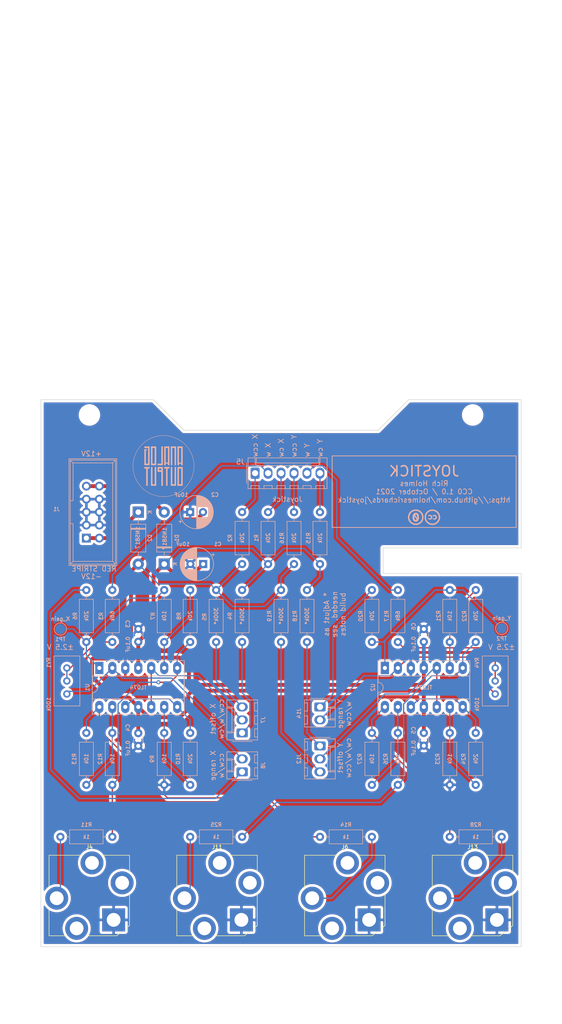
<source format=kicad_pcb>
(kicad_pcb (version 20171130) (host pcbnew 5.1.12-84ad8e8a86~92~ubuntu20.04.1)
  (layers (0 F.Cu signal) (31 B.Cu signal) (34 B.Paste user) (35 F.Paste user) (36 B.SilkS user) (37 F.SilkS user) (38 B.Mask user) (39 F.Mask user) (44 Edge.Cuts user))
  (net 0 "")
  (net 1 GND)
  (net 2 +12V)
  (net 3 -12V)
  (net 4 /+12_IN)
  (net 5 /-12_IN)
  (net 6 /XOUT)
  (net 7 /~XOUT)
  (net 8 "Net-(R6-Pad1)")
  (net 9 "Net-(R7-Pad1)")
  (net 10 "Net-(R10-Pad2)")
  (net 11 "Net-(R10-Pad1)")
  (net 12 "Net-(R20-Pad1)")
  (net 13 "Net-(R21-Pad1)")
  (net 14 "Net-(R22-Pad1)")
  (net 15 "Net-(R23-Pad1)")
  (net 16 "Net-(R24-Pad1)")
  (net 17 "Net-(R26-Pad1)")
  (net 18 "Net-(R27-Pad1)")
  (net 19 YPOT_CW)
  (net 20 YPOT_WIPER)
  (net 21 YPOT_CCW)
  (net 22 XPOT_CW)
  (net 23 XPOT_WIPER)
  (net 24 XPOT_CCW)
  (net 25 YRANGEPOT_WIPER)
  (net 26 YRANGEPOT_CCW)
  (net 27 YOFFPOT_CW)
  (net 28 YOFFPOT_WIPER)
  (net 29 YOFFPOT_CCW)
  (net 30 XRANGEPOT_WIPER)
  (net 31 XRANGEPOT_CCW)
  (net 32 XOFFPOT_CW)
  (net 33 XOFFPOT_WIPER)
  (net 34 XOFFPOT_CCW)
  (net 35 "/Y channel/YOUT")
  (net 36 "/Y channel/~YOUT")
  (net 37 "Net-(R11-Pad2)")
  (net 38 "Net-(R12-Pad1)")
  (net 39 "Net-(R13-Pad1)")
  (net 40 "Net-(R3-Pad1)")
  (net 41 "Net-(R17-Pad1)")
  (module joystick_panel:joystick_panel_holes (layer F.Cu) (at 146.94 69.98)
    (fp_text reference GRAF1 hide)
    (fp_text value Holes hide)
  )
  (module ao_tht:Potentiometer_Bourns_3296W_Vertical_standard (layer B.Cu) (at 188.91 105.56 270)
    (fp_text reference RV4 (at -6.096 3.556 270) (layer B.SilkS) (effects (font (size 0.75 0.75)) (justify mirror)))
    (fp_text value 100k)
    (fp_text user %V (at 2.032 3.556 270) (layer B.SilkS) (effects (font (size 0.75 0.75)) (justify mirror)))
    (pad 3 thru_hole circle (at -5.08 0 270) (size 1.44 1.44) (drill 0.8) (layers *.Cu *.Mask) (net 41 "Net-(R17-Pad1)"))
    (pad 2 thru_hole circle (at -2.54 0 270) (size 1.44 1.44) (drill 0.8) (layers *.Cu *.Mask) (net 41 "Net-(R17-Pad1)"))
    (pad 1 thru_hole circle (at 0 0 270) (size 1.44 1.44) (drill 0.8) (layers *.Cu *.Mask) (net 26 YRANGEPOT_CCW))
  )
  (module ao_tht:Potentiometer_Bourns_3296W_Vertical_standard (layer B.Cu) (at 105.09 105.56 270)
    (fp_text reference RV1 (at -6.096 3.556 90) (layer B.SilkS) (effects (font (size 0.75 0.75)) (justify mirror)))
    (fp_text value 100k)
    (fp_text user %V (at 2.032 3.556 90) (layer B.SilkS) (effects (font (size 0.75 0.75)) (justify mirror)))
    (pad 3 thru_hole circle (at -5.08 0 270) (size 1.44 1.44) (drill 0.8) (layers *.Cu *.Mask) (net 40 "Net-(R3-Pad1)"))
    (pad 2 thru_hole circle (at -2.54 0 270) (size 1.44 1.44) (drill 0.8) (layers *.Cu *.Mask) (net 40 "Net-(R3-Pad1)"))
    (pad 1 thru_hole circle (at 0 0 270) (size 1.44 1.44) (drill 0.8) (layers *.Cu *.Mask) (net 31 XRANGEPOT_CCW))
  )
  (module ao_tht:DIP-14_W7.62mm_Socket_LongPads (layer B.Cu) (at 167.32 100.48 270)
    (fp_text reference U2 (at 3.81 2.33 270) (layer B.SilkS) (effects (font (size 0.75 0.75)) (justify mirror)))
    (fp_text value TL074)
    (fp_text user %V (at 3.81 -7.62) (layer B.SilkS) (effects (font (size 0.75 0.75)) (justify mirror)))
    (pad 14 thru_hole oval (at 7.62 0 270) (size 2.4 1.6) (drill 0.8) (layers *.Cu *.Mask) (net 18 "Net-(R27-Pad1)"))
    (pad 7 thru_hole oval (at 0 -15.24 270) (size 2.4 1.6) (drill 0.8) (layers *.Cu *.Mask) (net 14 "Net-(R22-Pad1)"))
    (pad 13 thru_hole oval (at 7.62 -2.54 270) (size 2.4 1.6) (drill 0.8) (layers *.Cu *.Mask) (net 17 "Net-(R26-Pad1)"))
    (pad 6 thru_hole oval (at 0 -12.7 270) (size 2.4 1.6) (drill 0.8) (layers *.Cu *.Mask) (net 13 "Net-(R21-Pad1)"))
    (pad 12 thru_hole oval (at 7.62 -5.08 270) (size 2.4 1.6) (drill 0.8) (layers *.Cu *.Mask) (net 16 "Net-(R24-Pad1)"))
    (pad 5 thru_hole oval (at 0 -10.16 270) (size 2.4 1.6) (drill 0.8) (layers *.Cu *.Mask) (net 28 YOFFPOT_WIPER))
    (pad 11 thru_hole oval (at 7.62 -7.62 270) (size 2.4 1.6) (drill 0.8) (layers *.Cu *.Mask) (net 3 -12V))
    (pad 4 thru_hole oval (at 0 -7.62 270) (size 2.4 1.6) (drill 0.8) (layers *.Cu *.Mask) (net 2 +12V))
    (pad 10 thru_hole oval (at 7.62 -10.16 270) (size 2.4 1.6) (drill 0.8) (layers *.Cu *.Mask) (net 28 YOFFPOT_WIPER))
    (pad 3 thru_hole oval (at 0 -5.08 270) (size 2.4 1.6) (drill 0.8) (layers *.Cu *.Mask) (net 1 GND))
    (pad 9 thru_hole oval (at 7.62 -12.7 270) (size 2.4 1.6) (drill 0.8) (layers *.Cu *.Mask) (net 15 "Net-(R23-Pad1)"))
    (pad 2 thru_hole oval (at 0 -2.54 270) (size 2.4 1.6) (drill 0.8) (layers *.Cu *.Mask) (net 26 YRANGEPOT_CCW))
    (pad 8 thru_hole oval (at 7.62 -15.24 270) (size 2.4 1.6) (drill 0.8) (layers *.Cu *.Mask) (net 16 "Net-(R24-Pad1)"))
    (pad 1 thru_hole rect (at 0 0 270) (size 2.4 1.6) (drill 0.8) (layers *.Cu *.Mask) (net 12 "Net-(R20-Pad1)"))
  )
  (module TestPoint:TestPoint_Pad_D2.0mm (layer B.Cu) (at 190.18 92.733)
    (fp_text reference TP2 (at 0 1.998) (layer B.SilkS) (effects (font (size 0.75 0.75)) (justify mirror)))
    (fp_text value Y_gain)
    (fp_text user %V (at 0 -2) (layer B.SilkS) (effects (font (size 0.75 0.75)) (justify mirror)))
    (pad 1 smd circle (at 0 0) (size 2 2) (layers B.Cu B.Mask) (net 12 "Net-(R20-Pad1)"))
  )
  (module TestPoint:TestPoint_Pad_D2.0mm (layer B.Cu) (at 103.82 92.86)
    (fp_text reference TP1 (at 0 1.998) (layer B.SilkS) (effects (font (size 0.75 0.75)) (justify mirror)))
    (fp_text value X_gain)
    (fp_text user %V (at 0 -2) (layer B.SilkS) (effects (font (size 0.75 0.75)) (justify mirror)))
    (pad 1 smd circle (at 0 0) (size 2 2) (layers B.Cu B.Mask) (net 8 "Net-(R6-Pad1)"))
  )
  (module ao_tht:R_Axial_DIN0207_L6.3mm_D2.5mm_P10.16mm_Horizontal (layer B.Cu) (at 164.78 95.4 90)
    (fp_text reference R20 (at 5.08 -2.202 90) (layer B.SilkS) (effects (font (size 0.75 0.75)) (justify mirror)))
    (fp_text value 20k)
    (fp_text user %V (at 5.08 0 90) (layer B.SilkS) (effects (font (size 0.75 0.75)) (justify mirror)))
    (pad 1 thru_hole circle (at 0 0 90) (size 1.6 1.6) (drill 0.8) (layers *.Cu *.Mask) (net 12 "Net-(R20-Pad1)"))
    (pad 2 thru_hole oval (at 10.16 0 90) (size 1.6 1.6) (drill 0.8) (layers *.Cu *.Mask) (net 25 YRANGEPOT_WIPER))
  )
  (module ao_tht:CP_Radial_D6.3mm_P2.50mm (layer B.Cu) (at 131.76 80.16 180)
    (fp_text reference C1 (at -2.836 3.9) (layer B.SilkS) (effects (font (size 0.75 0.75)) (justify mirror)))
    (fp_text value 10uF)
    (fp_text user %V (at 4 3.9) (layer B.SilkS) (effects (font (size 0.75 0.75)) (justify mirror)))
    (pad 2 thru_hole circle (at 2.5 0 180) (size 1.6 1.6) (drill 0.8) (layers *.Cu *.Mask) (net 1 GND))
    (pad 1 thru_hole rect (at 0 0 180) (size 1.6 1.6) (drill 0.8) (layers *.Cu *.Mask) (net 2 +12V))
  )
  (module ao_tht:CP_Radial_D6.3mm_P2.50mm (layer B.Cu) (at 129.22 70)
    (fp_text reference C2 (at 4.836 -3.392) (layer B.SilkS) (effects (font (size 0.75 0.75)) (justify mirror)))
    (fp_text value 10uF)
    (fp_text user %V (at -1.768 -3.392) (layer B.SilkS) (effects (font (size 0.75 0.75)) (justify mirror)))
    (pad 2 thru_hole circle (at 2.5 0) (size 1.6 1.6) (drill 0.8) (layers *.Cu *.Mask) (net 3 -12V))
    (pad 1 thru_hole rect (at 0 0) (size 1.6 1.6) (drill 0.8) (layers *.Cu *.Mask) (net 1 GND))
  )
  (module ao_tht:analogoutput_12mm (layer B.Cu) (at 124 61 180)
    (fp_text reference GRAF2 hide)
    (fp_text value "AO logo" hide)
  )
  (module ao_tht:CC0_logo (layer B.Cu) (at 175 71 180)
    (fp_text reference GRAF3 hide)
    (fp_text value "CC0 logo" hide)
  )
  (module ao_tht:Molex_KK-254_AE-6410-02A_1x02_P2.54mm_Vertical (layer B.Cu) (at 154.62 108.1 270)
    (fp_text reference J14 (at 1.27 4.12 270) (layer B.SilkS) (effects (font (size 0.75 0.75)) (justify mirror)))
    (fp_text value 2_pin_Molex_header)
    (pad 2 thru_hole oval (at 2.54 0 270) (size 1.74 2.2) (drill 1.2) (layers *.Cu *.Mask) (net 26 YRANGEPOT_CCW))
    (pad 1 thru_hole roundrect (at 0 0 270) (size 1.74 2.2) (drill 1.2) (layers *.Cu *.Mask) (roundrect_rratio 0.1436775862068966) (net 25 YRANGEPOT_WIPER))
  )
  (module ao_tht:Molex_KK-254_AE-6410-03A_1x03_P2.54mm_Vertical (layer B.Cu) (at 154.62 115.72 270)
    (fp_text reference J12 (at 2.54 4.12 270) (layer B.SilkS) (effects (font (size 0.75 0.75)) (justify mirror)))
    (fp_text value 3_pin_Molex_header)
    (pad 3 thru_hole oval (at 5.08 0 270) (size 1.74 2.2) (drill 1.2) (layers *.Cu *.Mask) (net 29 YOFFPOT_CCW))
    (pad 2 thru_hole oval (at 2.54 0 270) (size 1.74 2.2) (drill 1.2) (layers *.Cu *.Mask) (net 28 YOFFPOT_WIPER))
    (pad 1 thru_hole roundrect (at 0 0 270) (size 1.74 2.2) (drill 1.2) (layers *.Cu *.Mask) (roundrect_rratio 0.1436775862068966) (net 27 YOFFPOT_CW))
  )
  (module ao_tht:Molex_KK-254_AE-6410-02A_1x02_P2.54mm_Vertical (layer B.Cu) (at 139.38 120.8 90)
    (fp_text reference J8 (at 1.27 4.12 270) (layer B.SilkS) (effects (font (size 0.75 0.75)) (justify mirror)))
    (fp_text value 2_pin_Molex_header)
    (pad 2 thru_hole oval (at 2.54 0 90) (size 1.74 2.2) (drill 1.2) (layers *.Cu *.Mask) (net 31 XRANGEPOT_CCW))
    (pad 1 thru_hole roundrect (at 0 0 90) (size 1.74 2.2) (drill 1.2) (layers *.Cu *.Mask) (roundrect_rratio 0.1436775862068966) (net 30 XRANGEPOT_WIPER))
  )
  (module ao_tht:Molex_KK-254_AE-6410-03A_1x03_P2.54mm_Vertical (layer B.Cu) (at 139.38 113.18 90)
    (fp_text reference J7 (at 2.54 4.12 270) (layer B.SilkS) (effects (font (size 0.75 0.75)) (justify mirror)))
    (fp_text value 3_pin_Molex_header)
    (pad 3 thru_hole oval (at 5.08 0 90) (size 1.74 2.2) (drill 1.2) (layers *.Cu *.Mask) (net 34 XOFFPOT_CCW))
    (pad 2 thru_hole oval (at 2.54 0 90) (size 1.74 2.2) (drill 1.2) (layers *.Cu *.Mask) (net 33 XOFFPOT_WIPER))
    (pad 1 thru_hole roundrect (at 0 0 90) (size 1.74 2.2) (drill 1.2) (layers *.Cu *.Mask) (roundrect_rratio 0.1436775862068966) (net 32 XOFFPOT_CW))
  )
  (module ao_tht:MountingHole_3.2mm_M3 (layer F.Cu) (at 184.5 51)
    (fp_text reference H2 hide)
    (fp_text value MountingHole)
    (pad 1 np_thru_hole circle (at 0 0) (size 3.2 3.2) (drill 3.2) (layers *.Cu *.Mask))
  )
  (module ao_tht:MountingHole_3.2mm_M3 (layer F.Cu) (at 109.5 51)
    (fp_text reference H1 hide)
    (fp_text value MountingHole)
    (pad 1 np_thru_hole circle (at 0 0) (size 3.2 3.2) (drill 3.2) (layers *.Cu *.Mask))
  )
  (module ao_tht:Jack_6.35mm_PJ_629HAN (layer F.Cu) (at 184.5 145)
    (fp_text reference J13 (at 0 -9.5) (layer F.SilkS) (effects (font (size 0.75 0.75))))
    (fp_text value AudioJack2)
    (pad RN thru_hole circle (at 6.4 -2.5) (size 4.500001 4.500001) (drill 2.7) (layers *.Cu *.Mask))
    (pad TN thru_hole circle (at -2.5 6.4) (size 4.5 4.5) (drill 2.7) (layers *.Cu *.Mask))
    (pad R thru_hole circle (at 0.5 -6.4) (size 4.500001 4.500001) (drill 2.7) (layers *.Cu *.Mask))
    (pad S thru_hole rect (at 4.74 4.74) (size 4.500001 4.500001) (drill 2.7) (layers *.Cu *.Mask) (net 1 GND))
    (pad T thru_hole circle (at -6.4 0.5) (size 4.5 4.5) (drill 2.7) (layers *.Cu *.Mask) (net 36 "/Y channel/~YOUT"))
  )
  (module ao_tht:Jack_6.35mm_PJ_629HAN (layer F.Cu) (at 134.5 145)
    (fp_text reference J11 (at 0 -9.5) (layer F.SilkS) (effects (font (size 0.75 0.75))))
    (fp_text value AudioJack2)
    (pad RN thru_hole circle (at 6.4 -2.5) (size 4.500001 4.500001) (drill 2.7) (layers *.Cu *.Mask))
    (pad TN thru_hole circle (at -2.5 6.4) (size 4.5 4.5) (drill 2.7) (layers *.Cu *.Mask))
    (pad R thru_hole circle (at 0.5 -6.4) (size 4.500001 4.500001) (drill 2.7) (layers *.Cu *.Mask))
    (pad S thru_hole rect (at 4.74 4.74) (size 4.500001 4.500001) (drill 2.7) (layers *.Cu *.Mask) (net 1 GND))
    (pad T thru_hole circle (at -6.4 0.5) (size 4.5 4.5) (drill 2.7) (layers *.Cu *.Mask) (net 35 "/Y channel/YOUT"))
  )
  (module ao_tht:Jack_6.35mm_PJ_629HAN (layer F.Cu) (at 159.5 145)
    (fp_text reference J6 (at 0 -9.5) (layer F.SilkS) (effects (font (size 0.75 0.75))))
    (fp_text value AudioJack2)
    (pad RN thru_hole circle (at 6.4 -2.5) (size 4.500001 4.500001) (drill 2.7) (layers *.Cu *.Mask))
    (pad TN thru_hole circle (at -2.5 6.4) (size 4.5 4.5) (drill 2.7) (layers *.Cu *.Mask))
    (pad R thru_hole circle (at 0.5 -6.4) (size 4.500001 4.500001) (drill 2.7) (layers *.Cu *.Mask))
    (pad S thru_hole rect (at 4.74 4.74) (size 4.500001 4.500001) (drill 2.7) (layers *.Cu *.Mask) (net 1 GND))
    (pad T thru_hole circle (at -6.4 0.5) (size 4.5 4.5) (drill 2.7) (layers *.Cu *.Mask) (net 7 /~XOUT))
  )
  (module ao_tht:Jack_6.35mm_PJ_629HAN (layer F.Cu) (at 109.5 145)
    (fp_text reference J4 (at 0 -9.5) (layer F.SilkS) (effects (font (size 0.75 0.75))))
    (fp_text value AudioJack2)
    (pad RN thru_hole circle (at 6.4 -2.5) (size 4.500001 4.500001) (drill 2.7) (layers *.Cu *.Mask))
    (pad TN thru_hole circle (at -2.5 6.4) (size 4.5 4.5) (drill 2.7) (layers *.Cu *.Mask))
    (pad R thru_hole circle (at 0.5 -6.4) (size 4.500001 4.500001) (drill 2.7) (layers *.Cu *.Mask))
    (pad S thru_hole rect (at 4.74 4.74) (size 4.500001 4.500001) (drill 2.7) (layers *.Cu *.Mask) (net 1 GND))
    (pad T thru_hole circle (at -6.4 0.5) (size 4.5 4.5) (drill 2.7) (layers *.Cu *.Mask) (net 6 /XOUT))
  )
  (module Connector_Molex:Molex_KK-254_AE-6410-06A_1x06_P2.54mm_Vertical (layer B.Cu) (at 141.92 62.38)
    (fp_text reference J5 (at -2.86 -2.224) (layer B.SilkS) (effects (justify mirror)))
    (fp_text value "6 pin Molex header")
    (pad 6 thru_hole oval (at 12.7 0) (size 1.74 2.19) (drill 1.19) (layers *.Cu *.Mask) (net 19 YPOT_CW))
    (pad 5 thru_hole oval (at 10.16 0) (size 1.74 2.19) (drill 1.19) (layers *.Cu *.Mask) (net 20 YPOT_WIPER))
    (pad 4 thru_hole oval (at 7.62 0) (size 1.74 2.19) (drill 1.19) (layers *.Cu *.Mask) (net 21 YPOT_CCW))
    (pad 3 thru_hole oval (at 5.08 0) (size 1.74 2.19) (drill 1.19) (layers *.Cu *.Mask) (net 22 XPOT_CW))
    (pad 2 thru_hole oval (at 2.54 0) (size 1.74 2.19) (drill 1.19) (layers *.Cu *.Mask) (net 23 XPOT_WIPER))
    (pad 1 thru_hole roundrect (at 0 0) (size 1.74 2.19) (drill 1.19) (layers *.Cu *.Mask) (roundrect_rratio 0.1436775862068966) (net 24 XPOT_CCW))
  )
  (module ao_tht:R_Axial_DIN0207_L6.3mm_D2.5mm_P10.16mm_Horizontal (layer B.Cu) (at 190.18 133.5 180)
    (fp_text reference R28 (at 5.08 2.37) (layer B.SilkS) (effects (font (size 0.75 0.75)) (justify mirror)))
    (fp_text value 1k)
    (fp_text user %V (at 5.08 0) (layer B.SilkS) (effects (font (size 0.75 0.75)) (justify mirror)))
    (pad 1 thru_hole circle (at 0 0 180) (size 1.6 1.6) (drill 0.8) (layers *.Cu *.Mask) (net 36 "/Y channel/~YOUT"))
    (pad 2 thru_hole oval (at 10.16 0 180) (size 1.6 1.6) (drill 0.8) (layers *.Cu *.Mask) (net 18 "Net-(R27-Pad1)"))
  )
  (module ao_tht:R_Axial_DIN0207_L6.3mm_D2.5mm_P10.16mm_Horizontal (layer B.Cu) (at 164.78 113.18 270)
    (fp_text reference R27 (at 5.08 2.37 90) (layer B.SilkS) (effects (font (size 0.75 0.75)) (justify mirror)))
    (fp_text value 10k)
    (fp_text user %V (at 5.08 0 90) (layer B.SilkS) (effects (font (size 0.75 0.75)) (justify mirror)))
    (pad 1 thru_hole circle (at 0 0 270) (size 1.6 1.6) (drill 0.8) (layers *.Cu *.Mask) (net 18 "Net-(R27-Pad1)"))
    (pad 2 thru_hole oval (at 10.16 0 270) (size 1.6 1.6) (drill 0.8) (layers *.Cu *.Mask) (net 17 "Net-(R26-Pad1)"))
  )
  (module ao_tht:R_Axial_DIN0207_L6.3mm_D2.5mm_P10.16mm_Horizontal (layer B.Cu) (at 169.86 113.18 270)
    (fp_text reference R26 (at 5.08 2.37 90) (layer B.SilkS) (effects (font (size 0.75 0.75)) (justify mirror)))
    (fp_text value 10k)
    (fp_text user %V (at 5.08 0 90) (layer B.SilkS) (effects (font (size 0.75 0.75)) (justify mirror)))
    (pad 1 thru_hole circle (at 0 0 270) (size 1.6 1.6) (drill 0.8) (layers *.Cu *.Mask) (net 17 "Net-(R26-Pad1)"))
    (pad 2 thru_hole oval (at 10.16 0 270) (size 1.6 1.6) (drill 0.8) (layers *.Cu *.Mask) (net 14 "Net-(R22-Pad1)"))
  )
  (module ao_tht:R_Axial_DIN0207_L6.3mm_D2.5mm_P10.16mm_Horizontal (layer B.Cu) (at 129.22 133.5)
    (fp_text reference R25 (at 5.08 -2.376) (layer B.SilkS) (effects (font (size 0.75 0.75)) (justify mirror)))
    (fp_text value 1k)
    (fp_text user %V (at 5.08 0) (layer B.SilkS) (effects (font (size 0.75 0.75)) (justify mirror)))
    (pad 1 thru_hole circle (at 0 0) (size 1.6 1.6) (drill 0.8) (layers *.Cu *.Mask) (net 35 "/Y channel/YOUT"))
    (pad 2 thru_hole oval (at 10.16 0) (size 1.6 1.6) (drill 0.8) (layers *.Cu *.Mask) (net 14 "Net-(R22-Pad1)"))
  )
  (module ao_tht:R_Axial_DIN0207_L6.3mm_D2.5mm_P10.16mm_Horizontal (layer B.Cu) (at 185.1 113.18 270)
    (fp_text reference R24 (at 5.08 2.37 90) (layer B.SilkS) (effects (font (size 0.75 0.75)) (justify mirror)))
    (fp_text value 20k)
    (fp_text user %V (at 5.08 0 90) (layer B.SilkS) (effects (font (size 0.75 0.75)) (justify mirror)))
    (pad 1 thru_hole circle (at 0 0 270) (size 1.6 1.6) (drill 0.8) (layers *.Cu *.Mask) (net 16 "Net-(R24-Pad1)"))
    (pad 2 thru_hole oval (at 10.16 0 270) (size 1.6 1.6) (drill 0.8) (layers *.Cu *.Mask) (net 15 "Net-(R23-Pad1)"))
  )
  (module ao_tht:R_Axial_DIN0207_L6.3mm_D2.5mm_P10.16mm_Horizontal (layer B.Cu) (at 180.02 113.18 270)
    (fp_text reference R23 (at 5.08 2.37 90) (layer B.SilkS) (effects (font (size 0.75 0.75)) (justify mirror)))
    (fp_text value 10k)
    (fp_text user %V (at 5.08 0 90) (layer B.SilkS) (effects (font (size 0.75 0.75)) (justify mirror)))
    (pad 1 thru_hole circle (at 0 0 270) (size 1.6 1.6) (drill 0.8) (layers *.Cu *.Mask) (net 15 "Net-(R23-Pad1)"))
    (pad 2 thru_hole oval (at 10.16 0 270) (size 1.6 1.6) (drill 0.8) (layers *.Cu *.Mask) (net 1 GND))
  )
  (module ao_tht:R_Axial_DIN0207_L6.3mm_D2.5mm_P10.16mm_Horizontal (layer B.Cu) (at 185.1 95.4 90)
    (fp_text reference R22 (at 5.08 -2.202 90) (layer B.SilkS) (effects (font (size 0.75 0.75)) (justify mirror)))
    (fp_text value 20k)
    (fp_text user %V (at 5.08 0 90) (layer B.SilkS) (effects (font (size 0.75 0.75)) (justify mirror)))
    (pad 1 thru_hole circle (at 0 0 90) (size 1.6 1.6) (drill 0.8) (layers *.Cu *.Mask) (net 14 "Net-(R22-Pad1)"))
    (pad 2 thru_hole oval (at 10.16 0 90) (size 1.6 1.6) (drill 0.8) (layers *.Cu *.Mask) (net 13 "Net-(R21-Pad1)"))
  )
  (module ao_tht:R_Axial_DIN0207_L6.3mm_D2.5mm_P10.16mm_Horizontal (layer B.Cu) (at 180.02 95.4 90)
    (fp_text reference R21 (at 5.08 -2.202 90) (layer B.SilkS) (effects (font (size 0.75 0.75)) (justify mirror)))
    (fp_text value 10k)
    (fp_text user %V (at 5.08 0 90) (layer B.SilkS) (effects (font (size 0.75 0.75)) (justify mirror)))
    (pad 1 thru_hole circle (at 0 0 90) (size 1.6 1.6) (drill 0.8) (layers *.Cu *.Mask) (net 13 "Net-(R21-Pad1)"))
    (pad 2 thru_hole oval (at 10.16 0 90) (size 1.6 1.6) (drill 0.8) (layers *.Cu *.Mask) (net 12 "Net-(R20-Pad1)"))
  )
  (module ao_tht:R_Axial_DIN0207_L6.3mm_D2.5mm_P10.16mm_Horizontal (layer B.Cu) (at 169.86 95.4 90)
    (fp_text reference R17 (at 5.08 -2.202 90) (layer B.SilkS) (effects (font (size 0.75 0.75)) (justify mirror)))
    (fp_text value 68k)
    (fp_text user %V (at 5.08 0 90) (layer B.SilkS) (effects (font (size 0.75 0.75)) (justify mirror)))
    (pad 1 thru_hole circle (at 0 0 90) (size 1.6 1.6) (drill 0.8) (layers *.Cu *.Mask) (net 41 "Net-(R17-Pad1)"))
    (pad 2 thru_hole oval (at 10.16 0 90) (size 1.6 1.6) (drill 0.8) (layers *.Cu *.Mask) (net 20 YPOT_WIPER))
  )
  (module ao_tht:R_Axial_DIN0207_L6.3mm_D2.5mm_P10.16mm_Horizontal (layer B.Cu) (at 147 95.4 90)
    (fp_text reference R19 (at 5.08 -2.276 90) (layer B.SilkS) (effects (font (size 0.75 0.75)) (justify mirror)))
    (fp_text value 300k*)
    (fp_text user %V (at 5.08 0 90) (layer B.SilkS) (effects (font (size 0.75 0.75)) (justify mirror)))
    (pad 1 thru_hole circle (at 0 0 90) (size 1.6 1.6) (drill 0.8) (layers *.Cu *.Mask) (net 29 YOFFPOT_CCW))
    (pad 2 thru_hole oval (at 10.16 0 90) (size 1.6 1.6) (drill 0.8) (layers *.Cu *.Mask) (net 3 -12V))
  )
  (module ao_tht:R_Axial_DIN0207_L6.3mm_D2.5mm_P10.16mm_Horizontal (layer B.Cu) (at 152.08 85.24 270)
    (fp_text reference R18 (at 5.08 2.37 90) (layer B.SilkS) (effects (font (size 0.75 0.75)) (justify mirror)))
    (fp_text value 300k*)
    (fp_text user %V (at 5.08 0 90) (layer B.SilkS) (effects (font (size 0.75 0.75)) (justify mirror)))
    (pad 1 thru_hole circle (at 0 0 270) (size 1.6 1.6) (drill 0.8) (layers *.Cu *.Mask) (net 2 +12V))
    (pad 2 thru_hole oval (at 10.16 0 270) (size 1.6 1.6) (drill 0.8) (layers *.Cu *.Mask) (net 27 YOFFPOT_CW))
  )
  (module ao_tht:R_Axial_DIN0207_L6.3mm_D2.5mm_P10.16mm_Horizontal (layer B.Cu) (at 149.54 70 270)
    (fp_text reference R16 (at 5.08 2.37 90) (layer B.SilkS) (effects (font (size 0.75 0.75)) (justify mirror)))
    (fp_text value 20k)
    (fp_text user %V (at 5.08 0 90) (layer B.SilkS) (effects (font (size 0.75 0.75)) (justify mirror)))
    (pad 1 thru_hole circle (at 0 0 270) (size 1.6 1.6) (drill 0.8) (layers *.Cu *.Mask) (net 21 YPOT_CCW))
    (pad 2 thru_hole oval (at 10.16 0 270) (size 1.6 1.6) (drill 0.8) (layers *.Cu *.Mask) (net 3 -12V))
  )
  (module ao_tht:R_Axial_DIN0207_L6.3mm_D2.5mm_P10.16mm_Horizontal (layer B.Cu) (at 154.62 80.16 90)
    (fp_text reference R15 (at 5.08 -2.276 90) (layer B.SilkS) (effects (font (size 0.75 0.75)) (justify mirror)))
    (fp_text value 20k)
    (fp_text user %V (at 5.08 0 90) (layer B.SilkS) (effects (font (size 0.75 0.75)) (justify mirror)))
    (pad 1 thru_hole circle (at 0 0 90) (size 1.6 1.6) (drill 0.8) (layers *.Cu *.Mask) (net 2 +12V))
    (pad 2 thru_hole oval (at 10.16 0 90) (size 1.6 1.6) (drill 0.8) (layers *.Cu *.Mask) (net 19 YPOT_CW))
  )
  (module ao_tht:R_Axial_DIN0207_L6.3mm_D2.5mm_P10.16mm_Horizontal (layer B.Cu) (at 164.78 133.5 180)
    (fp_text reference R14 (at 5.08 2.37) (layer B.SilkS) (effects (font (size 0.75 0.75)) (justify mirror)))
    (fp_text value 1k)
    (fp_text user %V (at 5.08 0) (layer B.SilkS) (effects (font (size 0.75 0.75)) (justify mirror)))
    (pad 1 thru_hole circle (at 0 0 180) (size 1.6 1.6) (drill 0.8) (layers *.Cu *.Mask) (net 7 /~XOUT))
    (pad 2 thru_hole oval (at 10.16 0 180) (size 1.6 1.6) (drill 0.8) (layers *.Cu *.Mask) (net 39 "Net-(R13-Pad1)"))
  )
  (module ao_tht:R_Axial_DIN0207_L6.3mm_D2.5mm_P10.16mm_Horizontal (layer B.Cu) (at 108.9 113.18 270)
    (fp_text reference R13 (at 5.08 2.37 90) (layer B.SilkS) (effects (font (size 0.75 0.75)) (justify mirror)))
    (fp_text value 10k)
    (fp_text user %V (at 5.08 0 90) (layer B.SilkS) (effects (font (size 0.75 0.75)) (justify mirror)))
    (pad 1 thru_hole circle (at 0 0 270) (size 1.6 1.6) (drill 0.8) (layers *.Cu *.Mask) (net 39 "Net-(R13-Pad1)"))
    (pad 2 thru_hole oval (at 10.16 0 270) (size 1.6 1.6) (drill 0.8) (layers *.Cu *.Mask) (net 38 "Net-(R12-Pad1)"))
  )
  (module ao_tht:R_Axial_DIN0207_L6.3mm_D2.5mm_P10.16mm_Horizontal (layer B.Cu) (at 113.98 113.18 270)
    (fp_text reference R12 (at 5.08 2.37 90) (layer B.SilkS) (effects (font (size 0.75 0.75)) (justify mirror)))
    (fp_text value 10k)
    (fp_text user %V (at 5.08 0 90) (layer B.SilkS) (effects (font (size 0.75 0.75)) (justify mirror)))
    (pad 1 thru_hole circle (at 0 0 270) (size 1.6 1.6) (drill 0.8) (layers *.Cu *.Mask) (net 38 "Net-(R12-Pad1)"))
    (pad 2 thru_hole oval (at 10.16 0 270) (size 1.6 1.6) (drill 0.8) (layers *.Cu *.Mask) (net 37 "Net-(R11-Pad2)"))
  )
  (module ao_tht:R_Axial_DIN0207_L6.3mm_D2.5mm_P10.16mm_Horizontal (layer B.Cu) (at 103.82 133.5)
    (fp_text reference R11 (at 5.08 -2.376) (layer B.SilkS) (effects (font (size 0.75 0.75)) (justify mirror)))
    (fp_text value 1k)
    (fp_text user %V (at 5.08 0) (layer B.SilkS) (effects (font (size 0.75 0.75)) (justify mirror)))
    (pad 1 thru_hole circle (at 0 0) (size 1.6 1.6) (drill 0.8) (layers *.Cu *.Mask) (net 6 /XOUT))
    (pad 2 thru_hole oval (at 10.16 0) (size 1.6 1.6) (drill 0.8) (layers *.Cu *.Mask) (net 37 "Net-(R11-Pad2)"))
  )
  (module ao_tht:R_Axial_DIN0207_L6.3mm_D2.5mm_P10.16mm_Horizontal (layer B.Cu) (at 129.22 113.18 270)
    (fp_text reference R10 (at 5.08 2.37 90) (layer B.SilkS) (effects (font (size 0.75 0.75)) (justify mirror)))
    (fp_text value 20k)
    (fp_text user %V (at 5.08 0 90) (layer B.SilkS) (effects (font (size 0.75 0.75)) (justify mirror)))
    (pad 1 thru_hole circle (at 0 0 270) (size 1.6 1.6) (drill 0.8) (layers *.Cu *.Mask) (net 11 "Net-(R10-Pad1)"))
    (pad 2 thru_hole oval (at 10.16 0 270) (size 1.6 1.6) (drill 0.8) (layers *.Cu *.Mask) (net 10 "Net-(R10-Pad2)"))
  )
  (module ao_tht:R_Axial_DIN0207_L6.3mm_D2.5mm_P10.16mm_Horizontal (layer B.Cu) (at 124.14 113.18 270)
    (fp_text reference R9 (at 5.08 2.37 90) (layer B.SilkS) (effects (font (size 0.75 0.75)) (justify mirror)))
    (fp_text value 10k)
    (fp_text user %V (at 5.08 0 90) (layer B.SilkS) (effects (font (size 0.75 0.75)) (justify mirror)))
    (pad 1 thru_hole circle (at 0 0 270) (size 1.6 1.6) (drill 0.8) (layers *.Cu *.Mask) (net 10 "Net-(R10-Pad2)"))
    (pad 2 thru_hole oval (at 10.16 0 270) (size 1.6 1.6) (drill 0.8) (layers *.Cu *.Mask) (net 1 GND))
  )
  (module ao_tht:R_Axial_DIN0207_L6.3mm_D2.5mm_P10.16mm_Horizontal (layer B.Cu) (at 129.22 95.4 90)
    (fp_text reference R8 (at 5.08 -2.202 90) (layer B.SilkS) (effects (font (size 0.75 0.75)) (justify mirror)))
    (fp_text value 20k)
    (fp_text user %V (at 5.08 0 90) (layer B.SilkS) (effects (font (size 0.75 0.75)) (justify mirror)))
    (pad 1 thru_hole circle (at 0 0 90) (size 1.6 1.6) (drill 0.8) (layers *.Cu *.Mask) (net 37 "Net-(R11-Pad2)"))
    (pad 2 thru_hole oval (at 10.16 0 90) (size 1.6 1.6) (drill 0.8) (layers *.Cu *.Mask) (net 9 "Net-(R7-Pad1)"))
  )
  (module ao_tht:R_Axial_DIN0207_L6.3mm_D2.5mm_P10.16mm_Horizontal (layer B.Cu) (at 124.14 95.4 90)
    (fp_text reference R7 (at 5.08 -2.202 90) (layer B.SilkS) (effects (font (size 0.75 0.75)) (justify mirror)))
    (fp_text value 10k)
    (fp_text user %V (at 5.08 0 90) (layer B.SilkS) (effects (font (size 0.75 0.75)) (justify mirror)))
    (pad 1 thru_hole circle (at 0 0 90) (size 1.6 1.6) (drill 0.8) (layers *.Cu *.Mask) (net 9 "Net-(R7-Pad1)"))
    (pad 2 thru_hole oval (at 10.16 0 90) (size 1.6 1.6) (drill 0.8) (layers *.Cu *.Mask) (net 8 "Net-(R6-Pad1)"))
  )
  (module ao_tht:R_Axial_DIN0207_L6.3mm_D2.5mm_P10.16mm_Horizontal (layer B.Cu) (at 108.9 95.4 90)
    (fp_text reference R6 (at 5.08 -2.202 90) (layer B.SilkS) (effects (font (size 0.75 0.75)) (justify mirror)))
    (fp_text value 20k)
    (fp_text user %V (at 5.08 0 90) (layer B.SilkS) (effects (font (size 0.75 0.75)) (justify mirror)))
    (pad 1 thru_hole circle (at 0 0 90) (size 1.6 1.6) (drill 0.8) (layers *.Cu *.Mask) (net 8 "Net-(R6-Pad1)"))
    (pad 2 thru_hole oval (at 10.16 0 90) (size 1.6 1.6) (drill 0.8) (layers *.Cu *.Mask) (net 30 XRANGEPOT_WIPER))
  )
  (module ao_tht:R_Axial_DIN0207_L6.3mm_D2.5mm_P10.16mm_Horizontal (layer B.Cu) (at 113.98 95.4 90)
    (fp_text reference R3 (at 5.08 -2.202 90) (layer B.SilkS) (effects (font (size 0.75 0.75)) (justify mirror)))
    (fp_text value 68k)
    (fp_text user %V (at 5.08 0 90) (layer B.SilkS) (effects (font (size 0.75 0.75)) (justify mirror)))
    (pad 1 thru_hole circle (at 0 0 90) (size 1.6 1.6) (drill 0.8) (layers *.Cu *.Mask) (net 40 "Net-(R3-Pad1)"))
    (pad 2 thru_hole oval (at 10.16 0 90) (size 1.6 1.6) (drill 0.8) (layers *.Cu *.Mask) (net 23 XPOT_WIPER))
  )
  (module ao_tht:C_Disc_D3.0mm_W1.6mm_P2.50mm (layer B.Cu) (at 174.94 92.86 270)
    (fp_text reference C6 (at -0.5 2 90) (layer B.SilkS) (effects (font (size 0.75 0.75)) (justify mirror)))
    (fp_text value 0.1uF)
    (fp_text user %V (at 3 2 90) (layer B.SilkS) (effects (font (size 0.75 0.75)) (justify mirror)))
    (pad 2 thru_hole circle (at 2.5 0 270) (size 1.6 1.6) (drill 0.8) (layers *.Cu *.Mask) (net 2 +12V))
    (pad 1 thru_hole circle (at 0 0 270) (size 1.6 1.6) (drill 0.8) (layers *.Cu *.Mask) (net 1 GND))
  )
  (module ao_tht:C_Disc_D3.0mm_W1.6mm_P2.50mm (layer B.Cu) (at 174.94 113.18 270)
    (fp_text reference C5 (at -0.5 2 90) (layer B.SilkS) (effects (font (size 0.75 0.75)) (justify mirror)))
    (fp_text value 0.1uF)
    (fp_text user %V (at 3 2 90) (layer B.SilkS) (effects (font (size 0.75 0.75)) (justify mirror)))
    (pad 2 thru_hole circle (at 2.5 0 270) (size 1.6 1.6) (drill 0.8) (layers *.Cu *.Mask) (net 1 GND))
    (pad 1 thru_hole circle (at 0 0 270) (size 1.6 1.6) (drill 0.8) (layers *.Cu *.Mask) (net 3 -12V))
  )
  (module ao_tht:R_Axial_DIN0207_L6.3mm_D2.5mm_P10.16mm_Horizontal (layer B.Cu) (at 134.3 95.4 90)
    (fp_text reference R5 (at 4.916 -2.276 90) (layer B.SilkS) (effects (font (size 0.75 0.75)) (justify mirror)))
    (fp_text value 300k*)
    (fp_text user %V (at 5.08 0 90) (layer B.SilkS) (effects (font (size 0.75 0.75)) (justify mirror)))
    (pad 1 thru_hole circle (at 0 0 90) (size 1.6 1.6) (drill 0.8) (layers *.Cu *.Mask) (net 34 XOFFPOT_CCW))
    (pad 2 thru_hole oval (at 10.16 0 90) (size 1.6 1.6) (drill 0.8) (layers *.Cu *.Mask) (net 3 -12V))
  )
  (module ao_tht:R_Axial_DIN0207_L6.3mm_D2.5mm_P10.16mm_Horizontal (layer B.Cu) (at 139.38 85.24 270)
    (fp_text reference R4 (at 5.08 2.37 90) (layer B.SilkS) (effects (font (size 0.75 0.75)) (justify mirror)))
    (fp_text value 300k*)
    (fp_text user %V (at 5.08 0 90) (layer B.SilkS) (effects (font (size 0.75 0.75)) (justify mirror)))
    (pad 1 thru_hole circle (at 0 0 270) (size 1.6 1.6) (drill 0.8) (layers *.Cu *.Mask) (net 2 +12V))
    (pad 2 thru_hole oval (at 10.16 0 270) (size 1.6 1.6) (drill 0.8) (layers *.Cu *.Mask) (net 32 XOFFPOT_CW))
  )
  (module ao_tht:R_Axial_DIN0207_L6.3mm_D2.5mm_P10.16mm_Horizontal (layer B.Cu) (at 139.38 70 270)
    (fp_text reference R2 (at 5.08 2.37 90) (layer B.SilkS) (effects (font (size 0.75 0.75)) (justify mirror)))
    (fp_text value 20k)
    (fp_text user %V (at 5.08 0 90) (layer B.SilkS) (effects (font (size 0.75 0.75)) (justify mirror)))
    (pad 1 thru_hole circle (at 0 0 270) (size 1.6 1.6) (drill 0.8) (layers *.Cu *.Mask) (net 24 XPOT_CCW))
    (pad 2 thru_hole oval (at 10.16 0 270) (size 1.6 1.6) (drill 0.8) (layers *.Cu *.Mask) (net 3 -12V))
  )
  (module ao_tht:R_Axial_DIN0207_L6.3mm_D2.5mm_P10.16mm_Horizontal (layer B.Cu) (at 144.46 80.16 90)
    (fp_text reference R1 (at 5.08 -2.276 90) (layer B.SilkS) (effects (font (size 0.75 0.75)) (justify mirror)))
    (fp_text value 20k)
    (fp_text user %V (at 5.08 0 90) (layer B.SilkS) (effects (font (size 0.75 0.75)) (justify mirror)))
    (pad 1 thru_hole circle (at 0 0 90) (size 1.6 1.6) (drill 0.8) (layers *.Cu *.Mask) (net 2 +12V))
    (pad 2 thru_hole oval (at 10.16 0 90) (size 1.6 1.6) (drill 0.8) (layers *.Cu *.Mask) (net 22 XPOT_CW))
  )
  (module ao_tht:D_DO-41_SOD81_P10.16mm_Horizontal (layer B.Cu) (at 124.14 80.16 90)
    (fp_text reference D1 (at 5.08 2.47 90) (layer B.SilkS) (effects (font (size 0.75 0.75)) (justify mirror)))
    (fp_text value 1N5817)
    (fp_text user K (at 0 2.1 90) (layer B.SilkS) (effects (font (size 0.75 0.75)) (justify mirror)))
    (fp_text user %V (at 5 0.1 90) (layer B.SilkS) (effects (font (size 0.75 0.75)) (justify mirror)))
    (pad 2 thru_hole oval (at 10.16 0 90) (size 2.2 2.2) (drill 1.1) (layers *.Cu *.Mask) (net 4 /+12_IN))
    (pad 1 thru_hole rect (at 0 0 90) (size 2.2 2.2) (drill 1.1) (layers *.Cu *.Mask) (net 2 +12V))
  )
  (module ao_tht:D_DO-41_SOD81_P10.16mm_Horizontal (layer B.Cu) (at 119.06 70 270)
    (fp_text reference D2 (at 5.08 -2.276 90) (layer B.SilkS) (effects (font (size 0.75 0.75)) (justify mirror)))
    (fp_text value 1N5817)
    (fp_text user K (at 0 -2.276 90) (layer B.SilkS) (effects (font (size 0.75 0.75)) (justify mirror)))
    (fp_text user %V (at 5 0.1 90) (layer B.SilkS) (effects (font (size 0.75 0.75)) (justify mirror)))
    (pad 2 thru_hole oval (at 10.16 0 270) (size 2.2 2.2) (drill 1.1) (layers *.Cu *.Mask) (net 3 -12V))
    (pad 1 thru_hole rect (at 0 0 270) (size 2.2 2.2) (drill 1.1) (layers *.Cu *.Mask) (net 5 /-12_IN))
  )
  (module ao_tht:DIP-14_W7.62mm_Socket_LongPads (layer B.Cu) (at 111.44 100.48 270)
    (fp_text reference U1 (at 3.81 2.33 90) (layer B.SilkS) (effects (font (size 0.75 0.75)) (justify mirror)))
    (fp_text value TL074)
    (fp_text user %V (at 3.81 -7.62 180) (layer B.SilkS) (effects (font (size 0.75 0.75)) (justify mirror)))
    (pad 14 thru_hole oval (at 7.62 0 270) (size 2.4 1.6) (drill 0.8) (layers *.Cu *.Mask) (net 39 "Net-(R13-Pad1)"))
    (pad 7 thru_hole oval (at 0 -15.24 270) (size 2.4 1.6) (drill 0.8) (layers *.Cu *.Mask) (net 37 "Net-(R11-Pad2)"))
    (pad 13 thru_hole oval (at 7.62 -2.54 270) (size 2.4 1.6) (drill 0.8) (layers *.Cu *.Mask) (net 38 "Net-(R12-Pad1)"))
    (pad 6 thru_hole oval (at 0 -12.7 270) (size 2.4 1.6) (drill 0.8) (layers *.Cu *.Mask) (net 9 "Net-(R7-Pad1)"))
    (pad 12 thru_hole oval (at 7.62 -5.08 270) (size 2.4 1.6) (drill 0.8) (layers *.Cu *.Mask) (net 11 "Net-(R10-Pad1)"))
    (pad 5 thru_hole oval (at 0 -10.16 270) (size 2.4 1.6) (drill 0.8) (layers *.Cu *.Mask) (net 33 XOFFPOT_WIPER))
    (pad 11 thru_hole oval (at 7.62 -7.62 270) (size 2.4 1.6) (drill 0.8) (layers *.Cu *.Mask) (net 3 -12V))
    (pad 4 thru_hole oval (at 0 -7.62 270) (size 2.4 1.6) (drill 0.8) (layers *.Cu *.Mask) (net 2 +12V))
    (pad 10 thru_hole oval (at 7.62 -10.16 270) (size 2.4 1.6) (drill 0.8) (layers *.Cu *.Mask) (net 33 XOFFPOT_WIPER))
    (pad 3 thru_hole oval (at 0 -5.08 270) (size 2.4 1.6) (drill 0.8) (layers *.Cu *.Mask) (net 1 GND))
    (pad 9 thru_hole oval (at 7.62 -12.7 270) (size 2.4 1.6) (drill 0.8) (layers *.Cu *.Mask) (net 10 "Net-(R10-Pad2)"))
    (pad 2 thru_hole oval (at 0 -2.54 270) (size 2.4 1.6) (drill 0.8) (layers *.Cu *.Mask) (net 31 XRANGEPOT_CCW))
    (pad 8 thru_hole oval (at 7.62 -15.24 270) (size 2.4 1.6) (drill 0.8) (layers *.Cu *.Mask) (net 11 "Net-(R10-Pad1)"))
    (pad 1 thru_hole rect (at 0 0 270) (size 2.4 1.6) (drill 0.8) (layers *.Cu *.Mask) (net 8 "Net-(R6-Pad1)"))
  )
  (module ao_tht:C_Disc_D3.0mm_W1.6mm_P2.50mm (layer B.Cu) (at 119.06 95.36 90)
    (fp_text reference C3 (at 3.516 -2.032 90) (layer B.SilkS) (effects (font (size 0.75 0.75)) (justify mirror)))
    (fp_text value 0.1uF)
    (fp_text user %V (at -0.548 -2.032 90) (layer B.SilkS) (effects (font (size 0.75 0.75)) (justify mirror)))
    (pad 2 thru_hole circle (at 2.5 0 90) (size 1.6 1.6) (drill 0.8) (layers *.Cu *.Mask) (net 1 GND))
    (pad 1 thru_hole circle (at 0 0 90) (size 1.6 1.6) (drill 0.8) (layers *.Cu *.Mask) (net 2 +12V))
  )
  (module ao_tht:C_Disc_D3.0mm_W1.6mm_P2.50mm (layer B.Cu) (at 119.06 115.72 90)
    (fp_text reference C4 (at 3.556 -2.032 90) (layer B.SilkS) (effects (font (size 0.75 0.75)) (justify mirror)))
    (fp_text value 0.1uF)
    (fp_text user %V (at -0.508 -2.032 90) (layer B.SilkS) (effects (font (size 0.75 0.75)) (justify mirror)))
    (pad 2 thru_hole circle (at 2.5 0 90) (size 1.6 1.6) (drill 0.8) (layers *.Cu *.Mask) (net 3 -12V))
    (pad 1 thru_hole circle (at 0 0 90) (size 1.6 1.6) (drill 0.8) (layers *.Cu *.Mask) (net 1 GND))
  )
  (module ao_tht:Power_Header (layer B.Cu) (at 108.9 75.08)
    (fp_text reference J1 (at -5.85 -5.67) (layer B.SilkS) (effects (font (size 0.75 0.75)) (justify mirror)))
    (fp_text value Synth_power_2x5)
    (fp_text user "RED STRIPE" (at 1.5 6) (layer B.SilkS) (effects (justify mirror)))
    (fp_text user -12V (at 1 7.5) (layer B.SilkS) (effects (justify mirror)))
    (fp_text user +12V (at 1 -16.5) (layer B.SilkS) (effects (justify mirror)))
    (pad 10 thru_hole oval (at 2.54 -10.16) (size 1.7272 1.7272) (drill 1.016) (layers *.Cu *.Mask) (net 4 /+12_IN))
    (pad 9 thru_hole oval (at 0 -10.16) (size 1.7272 1.7272) (drill 1.016) (layers *.Cu *.Mask) (net 4 /+12_IN))
    (pad 8 thru_hole oval (at 2.54 -7.62) (size 1.7272 1.7272) (drill 1.016) (layers *.Cu *.Mask) (net 1 GND))
    (pad 7 thru_hole oval (at 0 -7.62) (size 1.7272 1.7272) (drill 1.016) (layers *.Cu *.Mask) (net 1 GND))
    (pad 6 thru_hole oval (at 2.54 -5.08) (size 1.7272 1.7272) (drill 1.016) (layers *.Cu *.Mask) (net 1 GND))
    (pad 5 thru_hole oval (at 0 -5.08) (size 1.7272 1.7272) (drill 1.016) (layers *.Cu *.Mask) (net 1 GND))
    (pad 4 thru_hole oval (at 2.54 -2.54) (size 1.7272 1.7272) (drill 1.016) (layers *.Cu *.Mask) (net 1 GND))
    (pad 3 thru_hole oval (at 0 -2.54) (size 1.7272 1.7272) (drill 1.016) (layers *.Cu *.Mask) (net 1 GND))
    (pad 2 thru_hole oval (at 2.54 0) (size 1.7272 1.7272) (drill 1.016) (layers *.Cu *.Mask) (net 5 /-12_IN))
    (pad 1 thru_hole rect (at 0 0) (size 1.7272 1.7272) (drill 1.016) (layers *.Cu *.Mask) (net 5 /-12_IN))
  )
  (gr_text "* Adjust as\nneeded, see\nbuild notes" (at 157.5 90 90) (layer B.SilkS) (effects (font (size 1 1)) (justify mirror)))
  (gr_text "±2.5 V" (at 190.18 96.416) (layer B.SilkS) (effects (font (size 1 1)) (justify mirror)))
  (gr_text "±2.5 V" (at 103.82 96.416) (layer B.SilkS) (effects (font (size 1 1)) (justify mirror)))
  (gr_text "X ccw" (at 141.92 59.332 90) (layer B.SilkS) (effects (font (size 1 1)) (justify right mirror)))
  (gr_text "X w" (at 144.46 59.332 90) (layer B.SilkS) (effects (font (size 1 1)) (justify right mirror)))
  (gr_text "X cw" (at 147 59.332 90) (layer B.SilkS) (effects (font (size 1 1)) (justify right mirror)))
  (gr_text "Y ccw" (at 149.54 59.332 90) (layer B.SilkS) (effects (font (size 1 1)) (justify right mirror)))
  (gr_text "Y w" (at 152.08 59.332 90) (layer B.SilkS) (effects (font (size 1 1)) (justify right mirror)))
  (gr_text "Y cw" (at 154.62 59.332 90) (layer B.SilkS) (effects (font (size 1 1)) (justify right mirror)))
  (gr_text Joystick (at 148.27 67.46) (layer B.SilkS) (effects (font (size 1 1)) (justify mirror)))
  (gr_text "Y range\nw/ccw" (at 159.38 109.432 90) (layer B.SilkS) (effects (font (size 1 1)) (justify mirror)))
  (gr_text "Y offset\ncw/w/ccw" (at 159.38 118.068 90) (layer B.SilkS) (effects (font (size 1 1)) (justify mirror)))
  (gr_text "X offset\nccw/w/cw" (at 134.488 110.448 90) (layer B.SilkS) (effects (font (size 1 1)) (justify mirror)))
  (gr_text "X range\nccw/w" (at 134.488 119.592 90) (layer B.SilkS) (effects (font (size 1 1)) (justify mirror)))
  (gr_line (start 193 73) (end 193 59) (layer B.SilkS) (width 0.15))
  (gr_line (start 157 73) (end 193 73) (layer B.SilkS) (width 0.15))
  (gr_line (start 157 59) (end 157 73) (layer B.SilkS) (width 0.15))
  (gr_line (start 193 59) (end 157 59) (layer B.SilkS) (width 0.15))
  (gr_text "Rich Holmes\nCC0 1.0 / October 2021\nhttps://github.com/holmesrichards/joystick" (at 175 66) (layer B.SilkS) (effects (font (size 1 1)) (justify mirror)))
  (gr_text JOYSTICK (at 175 62) (layer B.SilkS) (effects (font (size 2 2) (thickness 0.3)) (justify mirror)))
  (gr_line (start 194 77) (end 194 48) (layer Edge.Cuts) (width 0.1))
  (gr_line (start 167 82) (end 194 82) (layer Edge.Cuts) (width 0.1))
  (gr_line (start 167 77) (end 167 82) (layer Edge.Cuts) (width 0.1))
  (gr_line (start 194 77) (end 167 77) (layer Edge.Cuts) (width 0.1))
  (gr_line (start 122 48) (end 128 54) (layer Edge.Cuts) (width 0.1))
  (gr_line (start 128 54) (end 166 54) (layer Edge.Cuts) (width 0.1))
  (gr_line (start 166 54) (end 172 48) (layer Edge.Cuts) (width 0.1))
  (gr_line (start 100 48) (end 122 48) (layer Edge.Cuts) (width 0.1))
  (gr_line (start 172 48) (end 194 48) (layer Edge.Cuts) (width 0.1))
  (gr_line (start 100 48) (end 100 155) (layer Edge.Cuts) (width 0.1))
  (gr_line (start 194 155) (end 194 82) (layer Edge.Cuts) (width 0.1))
  (gr_line (start 100 155) (end 194 155) (layer Edge.Cuts) (width 0.1))
  (segment (start 139.38 85.24) (end 144.46 80.16) (width 0.25) (layer B.Cu) (net 2))
  (segment (start 154.62 82.7) (end 152.08 85.24) (width 0.25) (layer B.Cu) (net 2))
  (segment (start 154.62 80.16) (end 154.62 82.7) (width 0.25) (layer B.Cu) (net 2))
  (segment (start 141.412 77.112) (end 127.188 77.112) (width 0.25) (layer B.Cu) (net 2))
  (segment (start 144.46 80.16) (end 141.412 77.112) (width 0.25) (layer B.Cu) (net 2))
  (segment (start 151.572 77.112) (end 154.62 80.16) (width 0.25) (layer B.Cu) (net 2))
  (segment (start 147.508 77.112) (end 151.572 77.112) (width 0.25) (layer B.Cu) (net 2))
  (segment (start 144.46 80.16) (end 147.508 77.112) (width 0.25) (layer B.Cu) (net 2))
  (segment (start 174.94 95.36) (end 174.94 100.48) (width 0.75) (layer B.Cu) (net 2))
  (segment (start 130.034999 81.885001) (end 131.76 80.16) (width 0.75) (layer F.Cu) (net 2))
  (segment (start 125.865001 81.885001) (end 130.034999 81.885001) (width 0.75) (layer F.Cu) (net 2))
  (segment (start 124.14 80.16) (end 125.865001 81.885001) (width 0.75) (layer F.Cu) (net 2))
  (segment (start 122.055001 82.244999) (end 124.14 80.16) (width 0.75) (layer F.Cu) (net 2))
  (segment (start 122.055001 92.364999) (end 122.055001 82.244999) (width 0.75) (layer F.Cu) (net 2))
  (segment (start 119.06 95.36) (end 122.055001 92.364999) (width 0.75) (layer F.Cu) (net 2))
  (segment (start 119.06 95.36) (end 119.06 98.448) (width 0.75) (layer F.Cu) (net 2))
  (segment (start 119.06 98.448) (end 119.06 100.48) (width 0.75) (layer F.Cu) (net 2))
  (segment (start 127.063268 98.448) (end 119.06 98.448) (width 0.75) (layer F.Cu) (net 2))
  (segment (start 128.966 100.350732) (end 127.063268 98.448) (width 0.75) (layer F.Cu) (net 2))
  (segment (start 128.966 102.893) (end 128.966 100.350732) (width 0.75) (layer F.Cu) (net 2))
  (segment (start 129.855 103.782) (end 128.966 102.893) (width 0.75) (layer F.Cu) (net 2))
  (segment (start 174.098 103.782) (end 129.855 103.782) (width 0.75) (layer F.Cu) (net 2))
  (segment (start 174.94 102.94) (end 174.098 103.782) (width 0.75) (layer F.Cu) (net 2))
  (segment (start 174.94 100.48) (end 174.94 102.94) (width 0.75) (layer F.Cu) (net 2))
  (segment (start 127.188 77.112) (end 124.14 80.16) (width 0.25) (layer B.Cu) (net 2))
  (segment (start 174.94 113.18) (end 174.94 108.1) (width 0.75) (layer F.Cu) (net 3))
  (segment (start 119.06 108.1) (end 119.06 113.18) (width 0.75) (layer F.Cu) (net 3))
  (segment (start 147 85.24) (end 147 82.7) (width 0.25) (layer B.Cu) (net 3))
  (segment (start 147 82.7) (end 149.54 80.16) (width 0.25) (layer B.Cu) (net 3))
  (segment (start 134.3 85.24) (end 139.38 80.16) (width 0.25) (layer B.Cu) (net 3))
  (segment (start 137.512 88.452) (end 143.788 88.452) (width 0.25) (layer B.Cu) (net 3))
  (segment (start 143.788 88.452) (end 147 85.24) (width 0.25) (layer B.Cu) (net 3))
  (segment (start 134.3 85.24) (end 137.512 88.452) (width 0.25) (layer B.Cu) (net 3))
  (segment (start 131.72 70.225002) (end 131.72 70) (width 0.75) (layer F.Cu) (net 3))
  (segment (start 130.520001 71.425001) (end 131.72 70.225002) (width 0.75) (layer F.Cu) (net 3))
  (segment (start 127.667999 71.425001) (end 130.520001 71.425001) (width 0.75) (layer F.Cu) (net 3))
  (segment (start 119.06 80.033) (end 127.667999 71.425001) (width 0.75) (layer F.Cu) (net 3))
  (segment (start 119.06 80.16) (end 119.06 80.033) (width 0.75) (layer F.Cu) (net 3))
  (segment (start 117.23499 106.27499) (end 119.06 108.1) (width 0.75) (layer F.Cu) (net 3))
  (segment (start 110.014999 102.180001) (end 114.109988 106.27499) (width 0.75) (layer F.Cu) (net 3))
  (segment (start 110.014999 98.779999) (end 110.014999 102.180001) (width 0.75) (layer F.Cu) (net 3))
  (segment (start 110.139999 98.654999) (end 110.014999 98.779999) (width 0.75) (layer F.Cu) (net 3))
  (segment (start 112.834003 98.654999) (end 110.139999 98.654999) (width 0.75) (layer F.Cu) (net 3))
  (segment (start 117.634999 93.854003) (end 112.834003 98.654999) (width 0.75) (layer F.Cu) (net 3))
  (segment (start 114.109988 106.27499) (end 117.23499 106.27499) (width 0.75) (layer F.Cu) (net 3))
  (segment (start 117.634999 81.585001) (end 117.634999 93.854003) (width 0.75) (layer F.Cu) (net 3))
  (segment (start 119.06 80.16) (end 117.634999 81.585001) (width 0.75) (layer F.Cu) (net 3))
  (segment (start 174.151 104.925) (end 174.94 105.714) (width 0.75) (layer F.Cu) (net 3))
  (segment (start 174.94 105.714) (end 174.94 108.1) (width 0.75) (layer F.Cu) (net 3))
  (segment (start 129.648 104.925) (end 174.151 104.925) (width 0.75) (layer F.Cu) (net 3))
  (segment (start 128.849 108.471) (end 128.849 105.724) (width 0.75) (layer F.Cu) (net 3))
  (segment (start 127.188 110.132) (end 128.849 108.471) (width 0.75) (layer F.Cu) (net 3))
  (segment (start 121.092 110.132) (end 127.188 110.132) (width 0.75) (layer F.Cu) (net 3))
  (segment (start 128.849 105.724) (end 129.648 104.925) (width 0.75) (layer F.Cu) (net 3))
  (segment (start 119.06 108.1) (end 121.092 110.132) (width 0.75) (layer F.Cu) (net 3))
  (segment (start 122.964999 84.064999) (end 119.06 80.16) (width 0.25) (layer B.Cu) (net 3))
  (segment (start 133.124999 84.064999) (end 122.964999 84.064999) (width 0.25) (layer B.Cu) (net 3))
  (segment (start 134.3 85.24) (end 133.124999 84.064999) (width 0.25) (layer B.Cu) (net 3))
  (segment (start 108.9 64.92) (end 111.44 64.92) (width 0.75) (layer F.Cu) (net 4))
  (segment (start 119.06 64.92) (end 124.14 70) (width 0.75) (layer F.Cu) (net 4))
  (segment (start 111.44 64.92) (end 119.06 64.92) (width 0.75) (layer F.Cu) (net 4))
  (segment (start 108.9 75.08) (end 111.44 75.08) (width 0.75) (layer F.Cu) (net 5))
  (segment (start 113.98 75.08) (end 119.06 70) (width 0.75) (layer F.Cu) (net 5))
  (segment (start 111.44 75.08) (end 113.98 75.08) (width 0.75) (layer F.Cu) (net 5))
  (segment (start 103.82 144.78) (end 103.1 145.5) (width 0.25) (layer B.Cu) (net 6))
  (segment (start 103.82 133.5) (end 103.82 144.78) (width 0.25) (layer B.Cu) (net 6))
  (segment (start 156.911002 145.5) (end 153.1 145.5) (width 0.25) (layer B.Cu) (net 7))
  (segment (start 164.78 137.631002) (end 156.911002 145.5) (width 0.25) (layer B.Cu) (net 7))
  (segment (start 164.78 133.5) (end 164.78 137.631002) (width 0.25) (layer B.Cu) (net 7))
  (segment (start 122.564988 86.815012) (end 124.14 85.24) (width 0.25) (layer B.Cu) (net 8))
  (segment (start 117.484988 86.815012) (end 122.564988 86.815012) (width 0.25) (layer B.Cu) (net 8))
  (segment (start 108.9 95.4) (end 117.484988 86.815012) (width 0.25) (layer B.Cu) (net 8))
  (segment (start 108.9 97.94) (end 111.44 100.48) (width 0.25) (layer B.Cu) (net 8))
  (segment (start 108.9 95.4) (end 108.9 97.94) (width 0.25) (layer B.Cu) (net 8))
  (segment (start 106.36 92.86) (end 103.82 92.86) (width 0.25) (layer B.Cu) (net 8))
  (segment (start 108.9 95.4) (end 106.36 92.86) (width 0.25) (layer B.Cu) (net 8))
  (segment (start 129.22 90.32) (end 124.14 95.4) (width 0.25) (layer B.Cu) (net 9))
  (segment (start 129.22 85.24) (end 129.22 90.32) (width 0.25) (layer B.Cu) (net 9))
  (segment (start 124.14 100.48) (end 124.14 95.4) (width 0.25) (layer B.Cu) (net 9))
  (segment (start 124.14 118.26) (end 129.22 123.34) (width 0.25) (layer B.Cu) (net 10))
  (segment (start 124.14 113.18) (end 124.14 118.26) (width 0.25) (layer B.Cu) (net 10))
  (segment (start 124.14 108.1) (end 124.14 113.18) (width 0.25) (layer B.Cu) (net 10))
  (segment (start 129.22 110.64) (end 126.68 108.1) (width 0.25) (layer B.Cu) (net 11))
  (segment (start 129.22 113.18) (end 129.22 110.64) (width 0.25) (layer B.Cu) (net 11))
  (segment (start 118.09501 106.52499) (end 116.52 108.1) (width 0.25) (layer B.Cu) (net 11))
  (segment (start 125.10499 106.52499) (end 118.09501 106.52499) (width 0.25) (layer B.Cu) (net 11))
  (segment (start 126.68 108.1) (end 125.10499 106.52499) (width 0.25) (layer B.Cu) (net 11))
  (segment (start 177.146 85.24) (end 180.02 85.24) (width 0.25) (layer B.Cu) (net 12))
  (segment (start 167.32 95.066) (end 177.146 85.24) (width 0.25) (layer B.Cu) (net 12))
  (segment (start 167.32 100.48) (end 167.32 95.066) (width 0.25) (layer B.Cu) (net 12))
  (segment (start 166.986 95.4) (end 167.32 95.066) (width 0.25) (layer B.Cu) (net 12))
  (segment (start 164.78 95.4) (end 166.986 95.4) (width 0.25) (layer B.Cu) (net 12))
  (segment (start 182.687 85.24) (end 190.18 92.733) (width 0.25) (layer B.Cu) (net 12))
  (segment (start 180.02 85.24) (end 182.687 85.24) (width 0.25) (layer B.Cu) (net 12))
  (segment (start 180.02 100.48) (end 180.02 95.4) (width 0.25) (layer B.Cu) (net 13))
  (segment (start 180.02 90.32) (end 185.1 85.24) (width 0.25) (layer F.Cu) (net 13))
  (segment (start 180.02 95.4) (end 180.02 90.32) (width 0.25) (layer F.Cu) (net 13))
  (segment (start 181.03499 102.00501) (end 182.56 100.48) (width 0.25) (layer B.Cu) (net 14))
  (segment (start 176.503986 102.00501) (end 181.03499 102.00501) (width 0.25) (layer B.Cu) (net 14))
  (segment (start 170.985001 107.523995) (end 176.503986 102.00501) (width 0.25) (layer B.Cu) (net 14))
  (segment (start 170.985001 122.214999) (end 170.985001 107.523995) (width 0.25) (layer B.Cu) (net 14))
  (segment (start 169.86 123.34) (end 170.985001 122.214999) (width 0.25) (layer B.Cu) (net 14))
  (segment (start 182.56 97.94) (end 185.1 95.4) (width 0.25) (layer B.Cu) (net 14))
  (segment (start 182.56 100.48) (end 182.56 97.94) (width 0.25) (layer B.Cu) (net 14))
  (segment (start 146.111 126.769) (end 139.38 133.5) (width 0.25) (layer B.Cu) (net 14))
  (segment (start 166.431 126.769) (end 146.111 126.769) (width 0.25) (layer B.Cu) (net 14))
  (segment (start 169.86 123.34) (end 166.431 126.769) (width 0.25) (layer B.Cu) (net 14))
  (segment (start 180.02 113.18) (end 180.02 108.1) (width 0.25) (layer B.Cu) (net 15))
  (segment (start 180.02 118.26) (end 185.1 123.34) (width 0.25) (layer B.Cu) (net 15))
  (segment (start 180.02 113.18) (end 180.02 118.26) (width 0.25) (layer B.Cu) (net 15))
  (segment (start 185.1 110.64) (end 182.56 108.1) (width 0.25) (layer B.Cu) (net 16))
  (segment (start 185.1 113.18) (end 185.1 110.64) (width 0.25) (layer B.Cu) (net 16))
  (segment (start 173.97501 106.52499) (end 172.4 108.1) (width 0.25) (layer B.Cu) (net 16))
  (segment (start 180.98499 106.52499) (end 173.97501 106.52499) (width 0.25) (layer B.Cu) (net 16))
  (segment (start 182.56 108.1) (end 180.98499 106.52499) (width 0.25) (layer B.Cu) (net 16))
  (segment (start 169.86 113.18) (end 169.86 108.1) (width 0.25) (layer B.Cu) (net 17))
  (segment (start 169.86 118.26) (end 169.86 113.18) (width 0.25) (layer B.Cu) (net 17))
  (segment (start 164.78 123.34) (end 169.86 118.26) (width 0.25) (layer B.Cu) (net 17))
  (segment (start 164.78 110.64) (end 167.32 108.1) (width 0.25) (layer B.Cu) (net 18))
  (segment (start 164.78 113.18) (end 164.78 110.64) (width 0.25) (layer B.Cu) (net 18))
  (segment (start 180.02 128.42) (end 164.78 113.18) (width 0.25) (layer F.Cu) (net 18))
  (segment (start 180.02 133.5) (end 180.02 128.42) (width 0.25) (layer F.Cu) (net 18))
  (segment (start 154.62 62.38) (end 154.62 70) (width 0.25) (layer B.Cu) (net 19))
  (segment (start 155.114989 60.95999) (end 153.50001 60.95999) (width 0.25) (layer B.Cu) (net 20))
  (segment (start 157.922 63.767001) (end 155.114989 60.95999) (width 0.25) (layer B.Cu) (net 20))
  (segment (start 157.922 74.922) (end 157.922 63.767001) (width 0.25) (layer B.Cu) (net 20))
  (segment (start 153.50001 60.95999) (end 152.08 62.38) (width 0.25) (layer B.Cu) (net 20))
  (segment (start 168.24 85.24) (end 157.922 74.922) (width 0.25) (layer B.Cu) (net 20))
  (segment (start 169.86 85.24) (end 168.24 85.24) (width 0.25) (layer B.Cu) (net 20))
  (segment (start 149.54 62.38) (end 149.54 70) (width 0.25) (layer B.Cu) (net 21))
  (segment (start 147 67.46) (end 144.46 70) (width 0.25) (layer B.Cu) (net 22))
  (segment (start 147 62.38) (end 147 67.46) (width 0.25) (layer B.Cu) (net 22))
  (segment (start 113.98 82.319) (end 113.98 85.24) (width 0.25) (layer B.Cu) (net 23))
  (segment (start 135.33901 60.95999) (end 113.98 82.319) (width 0.25) (layer B.Cu) (net 23))
  (segment (start 143.03999 60.95999) (end 135.33901 60.95999) (width 0.25) (layer B.Cu) (net 23))
  (segment (start 144.46 62.38) (end 143.03999 60.95999) (width 0.25) (layer B.Cu) (net 23))
  (segment (start 141.92 67.46) (end 139.38 70) (width 0.25) (layer B.Cu) (net 24))
  (segment (start 141.92 62.38) (end 141.92 67.46) (width 0.25) (layer B.Cu) (net 24))
  (segment (start 157.16 92.86) (end 164.78 85.24) (width 0.25) (layer B.Cu) (net 25))
  (segment (start 157.16 105.56) (end 157.16 92.86) (width 0.25) (layer B.Cu) (net 25))
  (segment (start 154.62 108.1) (end 157.16 105.56) (width 0.25) (layer B.Cu) (net 25))
  (segment (start 163.254999 102.005001) (end 154.62 110.64) (width 0.25) (layer B.Cu) (net 26))
  (segment (start 168.334999 102.005001) (end 163.254999 102.005001) (width 0.25) (layer B.Cu) (net 26))
  (segment (start 169.86 100.48) (end 168.334999 102.005001) (width 0.25) (layer B.Cu) (net 26))
  (segment (start 183.74 98.358) (end 186.37 100.988) (width 0.25) (layer F.Cu) (net 26))
  (segment (start 171.982 98.358) (end 183.74 98.358) (width 0.25) (layer F.Cu) (net 26))
  (segment (start 169.86 100.48) (end 171.982 98.358) (width 0.25) (layer F.Cu) (net 26))
  (segment (start 186.37 103.02) (end 188.91 105.56) (width 0.25) (layer F.Cu) (net 26))
  (segment (start 186.37 100.988) (end 186.37 103.02) (width 0.25) (layer F.Cu) (net 26))
  (segment (start 152.08 113.18) (end 154.62 115.72) (width 0.25) (layer B.Cu) (net 27))
  (segment (start 152.08 95.4) (end 152.08 113.18) (width 0.25) (layer B.Cu) (net 27))
  (segment (start 177.48 108.1) (end 177.48 100.48) (width 0.25) (layer F.Cu) (net 28))
  (segment (start 167.32 105.56) (end 154.62 118.26) (width 0.25) (layer B.Cu) (net 28))
  (segment (start 171.921715 105.56) (end 167.32 105.56) (width 0.25) (layer B.Cu) (net 28))
  (segment (start 177.001715 100.48) (end 171.921715 105.56) (width 0.25) (layer B.Cu) (net 28))
  (segment (start 177.48 100.48) (end 177.001715 100.48) (width 0.25) (layer B.Cu) (net 28))
  (segment (start 147 113.18) (end 154.62 120.8) (width 0.25) (layer B.Cu) (net 29))
  (segment (start 147 95.4) (end 147 113.18) (width 0.25) (layer B.Cu) (net 29))
  (segment (start 134.18 126) (end 139.38 120.8) (width 0.25) (layer B.Cu) (net 30))
  (segment (start 107.5 126) (end 134.18 126) (width 0.25) (layer B.Cu) (net 30))
  (segment (start 101.915 120.415) (end 107.5 126) (width 0.25) (layer B.Cu) (net 30))
  (segment (start 101.915 89.685) (end 101.915 120.415) (width 0.25) (layer B.Cu) (net 30))
  (segment (start 106.36 85.24) (end 101.915 89.685) (width 0.25) (layer B.Cu) (net 30))
  (segment (start 108.9 85.24) (end 106.36 85.24) (width 0.25) (layer B.Cu) (net 30))
  (segment (start 115.955021 102.455021) (end 113.98 100.48) (width 0.25) (layer B.Cu) (net 31))
  (segment (start 125.607021 102.455021) (end 115.955021 102.455021) (width 0.25) (layer B.Cu) (net 31))
  (segment (start 135.316 112.164) (end 125.607021 102.455021) (width 0.25) (layer B.Cu) (net 31))
  (segment (start 135.316 114.196) (end 135.316 112.164) (width 0.25) (layer B.Cu) (net 31))
  (segment (start 139.38 118.26) (end 135.316 114.196) (width 0.25) (layer B.Cu) (net 31))
  (segment (start 109.42 105.04) (end 113.98 100.48) (width 0.25) (layer B.Cu) (net 31))
  (segment (start 105.61 105.04) (end 109.42 105.04) (width 0.25) (layer B.Cu) (net 31))
  (segment (start 105.09 105.56) (end 105.61 105.04) (width 0.25) (layer B.Cu) (net 31))
  (segment (start 140.904 111.656) (end 139.38 113.18) (width 0.25) (layer B.Cu) (net 32))
  (segment (start 139.38 105.306) (end 140.904 106.83) (width 0.25) (layer B.Cu) (net 32))
  (segment (start 140.904 106.83) (end 140.904 111.656) (width 0.25) (layer B.Cu) (net 32))
  (segment (start 139.38 95.4) (end 139.38 105.306) (width 0.25) (layer B.Cu) (net 32))
  (segment (start 121.6 108.1) (end 121.6 100.48) (width 0.25) (layer F.Cu) (net 33))
  (segment (start 123.12501 102.00501) (end 121.6 100.48) (width 0.25) (layer B.Cu) (net 33))
  (segment (start 130.74501 102.00501) (end 123.12501 102.00501) (width 0.25) (layer B.Cu) (net 33))
  (segment (start 139.38 110.64) (end 130.74501 102.00501) (width 0.25) (layer B.Cu) (net 33))
  (segment (start 134.3 103.02) (end 139.38 108.1) (width 0.25) (layer B.Cu) (net 34))
  (segment (start 134.3 95.4) (end 134.3 103.02) (width 0.25) (layer B.Cu) (net 34))
  (segment (start 129.22 144.38) (end 128.1 145.5) (width 0.25) (layer B.Cu) (net 35))
  (segment (start 129.22 133.5) (end 129.22 144.38) (width 0.25) (layer B.Cu) (net 35))
  (segment (start 181.911002 145.5) (end 178.1 145.5) (width 0.25) (layer B.Cu) (net 36))
  (segment (start 190.18 137.231002) (end 181.911002 145.5) (width 0.25) (layer B.Cu) (net 36))
  (segment (start 190.18 133.5) (end 190.18 137.231002) (width 0.25) (layer B.Cu) (net 36))
  (segment (start 126.68 97.94) (end 129.22 95.4) (width 0.25) (layer B.Cu) (net 37))
  (segment (start 126.68 100.48) (end 126.68 97.94) (width 0.25) (layer B.Cu) (net 37))
  (segment (start 119.354996 103.274) (end 122.997 103.274) (width 0.25) (layer B.Cu) (net 37))
  (segment (start 115.105001 107.523995) (end 119.354996 103.274) (width 0.25) (layer B.Cu) (net 37))
  (segment (start 113.98 123.34) (end 115.105001 122.214999) (width 0.25) (layer B.Cu) (net 37))
  (segment (start 125.336 103.274) (end 122.997 103.274) (width 0.25) (layer F.Cu) (net 37))
  (segment (start 126.68 100.48) (end 126.68 101.93) (width 0.25) (layer F.Cu) (net 37))
  (segment (start 126.68 101.93) (end 125.336 103.274) (width 0.25) (layer F.Cu) (net 37))
  (segment (start 115.105001 122.214999) (end 115.105001 107.523995) (width 0.25) (layer B.Cu) (net 37))
  (via (at 122.997 103.274) (size 0.8) (drill 0.4) (layers F.Cu B.Cu) (net 37))
  (segment (start 113.98 123.34) (end 113.98 133.5) (width 0.25) (layer F.Cu) (net 37))
  (segment (start 113.98 108.1) (end 113.98 113.18) (width 0.25) (layer B.Cu) (net 38))
  (segment (start 113.98 118.26) (end 108.9 123.34) (width 0.25) (layer B.Cu) (net 38))
  (segment (start 113.98 113.18) (end 113.98 118.26) (width 0.25) (layer B.Cu) (net 38))
  (segment (start 108.9 110.64) (end 111.44 108.1) (width 0.25) (layer B.Cu) (net 39))
  (segment (start 108.9 113.18) (end 108.9 110.64) (width 0.25) (layer B.Cu) (net 39))
  (segment (start 152.08 133.5) (end 154.62 133.5) (width 0.25) (layer F.Cu) (net 39))
  (segment (start 124.774 125.88) (end 144.46 125.88) (width 0.25) (layer F.Cu) (net 39))
  (segment (start 111.44 112.546) (end 124.774 125.88) (width 0.25) (layer F.Cu) (net 39))
  (segment (start 144.46 125.88) (end 152.08 133.5) (width 0.25) (layer F.Cu) (net 39))
  (segment (start 111.44 108.1) (end 111.44 112.546) (width 0.25) (layer F.Cu) (net 39))
  (segment (start 110.852 95.4) (end 113.98 95.4) (width 0.25) (layer F.Cu) (net 40))
  (segment (start 105.772 100.48) (end 110.852 95.4) (width 0.25) (layer F.Cu) (net 40))
  (segment (start 105.09 100.48) (end 105.772 100.48) (width 0.25) (layer F.Cu) (net 40))
  (segment (start 105.09 100.48) (end 105.09 103.02) (width 0.25) (layer B.Cu) (net 40))
  (segment (start 188.91 97.72) (end 188.91 103.02) (width 0.25) (layer F.Cu) (net 41))
  (segment (start 187.725001 96.535001) (end 188.91 97.72) (width 0.25) (layer F.Cu) (net 41))
  (segment (start 170.995001 96.535001) (end 187.725001 96.535001) (width 0.25) (layer F.Cu) (net 41))
  (segment (start 169.86 95.4) (end 170.995001 96.535001) (width 0.25) (layer F.Cu) (net 41))
  (zone (net 1) (net_name GND) (layer F.Cu) (connect_pads (clearance 0.508)) (min_thickness 0.254) (fill yes (arc_segments 32) (thermal_gap 0.508) (thermal_bridge_width 0.508))
    (polygon (pts (xy 202 160) (xy 92 160) (xy 92 45) (xy 202 45)))
  )
  (zone (net 1) (net_name GND) (layer B.Cu) (connect_pads (clearance 0.508)) (min_thickness 0.254) (fill yes (arc_segments 32) (thermal_gap 0.508) (thermal_bridge_width 0.508))
    (polygon (pts (xy 202 160) (xy 92 160) (xy 92 45) (xy 202 45)))
  )
)
</source>
